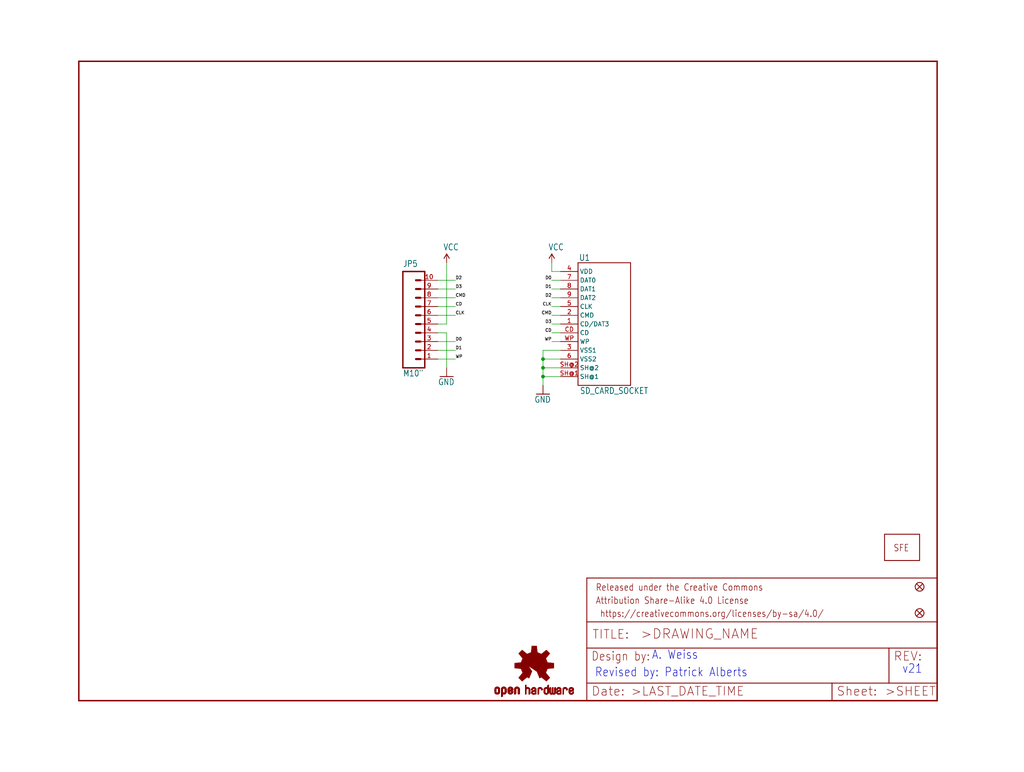
<source format=kicad_sch>
(kicad_sch (version 20211123) (generator eeschema)
  (paper "User" 297.002 223.926)
  (lib_symbols
    (symbol "schematicEagle-eagle-import:FIDUCIAL1X2")
    (symbol "schematicEagle-eagle-import:FRAME-LETTER"
      (symbol "FRAME-LETTER_2_0"
        (text " https://creativecommons.org/licenses/by-sa/4.0/" (at 2.54 24.13 0) (effects (font (size 1.9304 1.6408)) (justify left bottom)))
        (text ">DRAWING_NAME" (at 15.494 17.78 0) (effects (font (size 2.7432 2.7432)) (justify left bottom)))
        (text ">LAST_DATE_TIME" (at 12.7 1.27 0) (effects (font (size 2.54 2.54)) (justify left bottom)))
        (text ">SHEET" (at 86.36 1.27 0) (effects (font (size 2.54 2.54)) (justify left bottom)))
        (text "Attribution Share-Alike 4.0 License" (at 2.54 27.94 0) (effects (font (size 1.9304 1.6408)) (justify left bottom)))
        (text "Date:" (at 1.27 1.27 0) (effects (font (size 2.54 2.54)) (justify left bottom)))
        (text "Design by:" (at 1.27 11.43 0) (effects (font (size 2.54 2.159)) (justify left bottom)))
        (text "Released under the Creative Commons" (at 2.54 31.75 0) (effects (font (size 1.9304 1.6408)) (justify left bottom)))
        (text "REV:" (at 88.9 11.43 0) (effects (font (size 2.54 2.54)) (justify left bottom)))
        (text "Sheet:" (at 72.39 1.27 0) (effects (font (size 2.54 2.54)) (justify left bottom)))
        (text "TITLE:" (at 1.524 17.78 0) (effects (font (size 2.54 2.54)) (justify left bottom)))
      )
    )
    (symbol "schematicEagle-eagle-import:GND" (power)
      (property "Value" "GND" (at -2.54 -2.54 0))
      (symbol "GND_1_0"
        (pin power_in line (at 0 2.54 270) (length 2.54) (name "GND") (number "1"))
      )
    )
    (symbol "schematicEagle-eagle-import:LOGO-SFENEW"
      (symbol "LOGO-SFENEW_1_0"
        (text "SFE" (at 0 0 0) (effects (font (size 1.9304 1.6408)) (justify left bottom)))
      )
    )
    (symbol "schematicEagle-eagle-import:M10{dblquote}"
      (property "Reference" "JP" (at 0 8.89 0))
      (property "Value" "M10{dblquote}" (at 0 -22.86 0))
      (symbol "M10{dblquote}_1_0"
        (pin passive line (at 10.16 -17.78 180) (length 5.08) (name "1") (number "1"))
        (pin passive line (at 10.16 5.08 180) (length 5.08) (name "10") (number "10"))
        (pin passive line (at 10.16 -15.24 180) (length 5.08) (name "2") (number "2"))
        (pin passive line (at 10.16 -12.7 180) (length 5.08) (name "3") (number "3"))
        (pin passive line (at 10.16 -10.16 180) (length 5.08) (name "4") (number "4"))
        (pin passive line (at 10.16 -7.62 180) (length 5.08) (name "5") (number "5"))
        (pin passive line (at 10.16 -5.08 180) (length 5.08) (name "6") (number "6"))
        (pin passive line (at 10.16 -2.54 180) (length 5.08) (name "7") (number "7"))
        (pin passive line (at 10.16 0 180) (length 5.08) (name "8") (number "8"))
        (pin passive line (at 10.16 2.54 180) (length 5.08) (name "9") (number "9"))
      )
    )
    (symbol "schematicEagle-eagle-import:OSHW-LOGOS")
    (symbol "schematicEagle-eagle-import:SD_CARD_SOCKET"
      (property "Reference" "U" (at -7.366 18.288 0))
      (property "Value" "SD_CARD_SOCKET" (at -7.112 -20.32 0))
      (symbol "SD_CARD_SOCKET_1_0"
        (pin bidirectional line (at -12.7 0 0) (length 5.08) (name "CD/DAT3") (number "1"))
        (pin bidirectional line (at -12.7 2.54 0) (length 5.08) (name "CMD") (number "2"))
        (pin power_in line (at -12.7 -7.62 0) (length 5.08) (name "VSS1") (number "3"))
        (pin power_in line (at -12.7 15.24 0) (length 5.08) (name "VDD") (number "4"))
        (pin bidirectional line (at -12.7 5.08 0) (length 5.08) (name "CLK") (number "5"))
        (pin power_in line (at -12.7 -10.16 0) (length 5.08) (name "VSS2") (number "6"))
        (pin bidirectional line (at -12.7 12.7 0) (length 5.08) (name "DAT0") (number "7"))
        (pin bidirectional line (at -12.7 10.16 0) (length 5.08) (name "DAT1") (number "8"))
        (pin bidirectional line (at -12.7 7.62 0) (length 5.08) (name "DAT2") (number "9"))
        (pin bidirectional line (at -12.7 -2.54 0) (length 5.08) (name "CD") (number "CD"))
        (pin bidirectional line (at -12.7 -15.24 0) (length 5.08) (name "SH@1") (number "SH@1"))
        (pin bidirectional line (at -12.7 -12.7 0) (length 5.08) (name "SH@2") (number "SH@2"))
        (pin bidirectional line (at -12.7 -5.08 0) (length 5.08) (name "WP") (number "WP"))
      )
    )
    (symbol "schematicEagle-eagle-import:VCC" (power)
      (property "Value" "VCC" (at -1.016 3.556 0))
      (symbol "VCC_1_0"
        (pin power_in line (at 0 0 90) (length 2.54) (name "VCC") (number "1"))
      )
    )
  )
  (junction (at 157.48 109.22))
  (junction (at 157.48 104.14))
  (junction (at 157.48 106.68))
  (wire (pts (xy 160.02 86.36) (xy 162.56 86.36)))
  (wire (pts (xy 127 91.44) (xy 132.08 91.44)))
  (wire (pts (xy 157.48 104.14) (xy 157.48 101.6)))
  (wire (pts (xy 162.56 106.68) (xy 157.48 106.68)))
  (wire (pts (xy 127 83.82) (xy 132.08 83.82)))
  (wire (pts (xy 127 104.14) (xy 132.08 104.14)))
  (wire (pts (xy 162.56 104.14) (xy 157.48 104.14)))
  (wire (pts (xy 160.02 96.52) (xy 162.56 96.52)))
  (wire (pts (xy 127 81.28) (xy 132.08 81.28)))
  (wire (pts (xy 127 86.36) (xy 132.08 86.36)))
  (wire (pts (xy 127 99.06) (xy 132.08 99.06)))
  (wire (pts (xy 162.56 99.06) (xy 160.02 99.06)))
  (wire (pts (xy 160.02 93.98) (xy 162.56 93.98)))
  (wire (pts (xy 127 101.6) (xy 132.08 101.6)))
  (wire (pts (xy 160.02 88.9) (xy 162.56 88.9)))
  (wire (pts (xy 129.54 104.14) (xy 129.54 106.68)))
  (wire (pts (xy 157.48 101.6) (xy 162.56 101.6)))
  (wire (pts (xy 162.56 78.74) (xy 160.02 78.74)))
  (wire (pts (xy 129.54 93.98) (xy 129.54 76.2)))
  (wire (pts (xy 160.02 78.74) (xy 160.02 76.2)))
  (wire (pts (xy 127 96.52) (xy 129.54 96.52)))
  (wire (pts (xy 157.48 111.76) (xy 157.48 109.22)))
  (wire (pts (xy 160.02 91.44) (xy 162.56 91.44)))
  (wire (pts (xy 162.56 109.22) (xy 157.48 109.22)))
  (wire (pts (xy 157.48 109.22) (xy 157.48 106.68)))
  (wire (pts (xy 127 93.98) (xy 129.54 93.98)))
  (wire (pts (xy 129.54 96.52) (xy 129.54 104.14)))
  (wire (pts (xy 127 88.9) (xy 132.08 88.9)))
  (wire (pts (xy 157.48 106.68) (xy 157.48 104.14)))
  (wire (pts (xy 160.02 81.28) (xy 162.56 81.28)))
  (wire (pts (xy 160.02 83.82) (xy 162.56 83.82)))
  (text "Revised by: Patrick Alberts" (at 172.466 196.596 180) (effects (font (size 2.54 2.159)) (justify left bottom)))
  (text "A. Weiss" (at 188.976 191.516 180) (effects (font (size 2.54 2.159)) (justify left bottom)))
  (text "v21" (at 261.62 195.58 180) (effects (font (size 2.54 2.159)) (justify left bottom)))
  (label "D0" (at 160.02 81.28 180) (effects (font (size 0.889 0.889))))
  (label "CMD" (at 160.02 91.44 180) (effects (font (size 0.889 0.889))))
  (label "D1" (at 160.02 83.82 180) (effects (font (size 0.889 0.889))))
  (label "D3" (at 160.02 93.98 180) (effects (font (size 0.889 0.889))))
  (label "D1" (at 132.08 101.6 0) (effects (font (size 0.889 0.889))))
  (label "D2" (at 132.08 81.28 0) (effects (font (size 0.889 0.889))))
  (label "WP" (at 132.08 104.14 0) (effects (font (size 0.889 0.889))))
  (label "D3" (at 132.08 83.82 0) (effects (font (size 0.889 0.889))))
  (label "D0" (at 132.08 99.06 0) (effects (font (size 0.889 0.889))))
  (label "D2" (at 160.02 86.36 180) (effects (font (size 0.889 0.889))))
  (label "CD" (at 160.02 96.52 180) (effects (font (size 0.889 0.889))))
  (label "WP" (at 160.02 99.06 180) (effects (font (size 0.889 0.889))))
  (label "CLK" (at 160.02 88.9 180) (effects (font (size 0.889 0.889))))
  (label "CMD" (at 132.08 86.36 0) (effects (font (size 0.889 0.889))))
  (label "CLK" (at 132.08 91.44 0) (effects (font (size 0.889 0.889))))
  (label "CD" (at 132.08 88.9 0) (effects (font (size 0.889 0.889))))
  (symbol (lib_id "schematicEagle-eagle-import:GND") (at 157.48 114.3 0) (unit 1)
    (property "Reference" "#GND1" (effects hide))
    (property "Value" "GND" (at 154.94 116.84 0) (effects (font (size 1.778 1.5113)) (justify left bottom)))
    (property "Footprint" "schematicEagle:" (effects hide))
  )
  (symbol (lib_id "schematicEagle-eagle-import:SD_CARD_SOCKET") (at 175.26 93.98 0) (unit 1)
    (property "Reference" "U1" (at 167.894 75.692 0) (effects (font (size 1.778 1.5113)) (justify left bottom)))
    (property "Value" "SD_CARD_SOCKET" (at 168.148 114.3 0) (effects (font (size 1.778 1.5113)) (justify left bottom)))
    (property "Footprint" "schematicEagle:SD_1_1" (effects hide))
  )
  (symbol (lib_id "schematicEagle-eagle-import:FIDUCIAL1X2") (at 266.7 177.8 0) (unit 1)
    (property "Reference" "FID2" (effects hide))
    (property "Value" "FIDUCIAL1X2" (effects hide))
    (property "Footprint" "schematicEagle:FIDUCIAL-1X2" (effects hide))
  )
  (symbol (lib_id "schematicEagle-eagle-import:LOGO-SFENEW") (at 259.08 160.02 0) (unit 1)
    (property "Reference" "U$1" (effects hide))
    (property "Value" "LOGO-SFENEW" (effects hide))
    (property "Footprint" "schematicEagle:SFE-NEW-WEBLOGO" (effects hide))
  )
  (symbol (lib_id "schematicEagle-eagle-import:VCC") (at 160.02 76.2 0) (unit 1)
    (property "Reference" "#P+1" (effects hide))
    (property "Value" "VCC" (at 159.004 72.644 0) (effects (font (size 1.778 1.5113)) (justify left bottom)))
    (property "Footprint" "schematicEagle:" (effects hide))
  )
  (symbol (lib_id "schematicEagle-eagle-import:OSHW-LOGOS") (at 154.94 193.04 0) (unit 1)
    (property "Reference" "U$3" (effects hide))
    (property "Value" "OSHW-LOGOS" (effects hide))
    (property "Footprint" "schematicEagle:OSHW-LOGO-S" (effects hide))
  )
  (symbol (lib_id "schematicEagle-eagle-import:VCC") (at 129.54 76.2 0) (unit 1)
    (property "Reference" "#P+2" (effects hide))
    (property "Value" "VCC" (at 128.524 72.644 0) (effects (font (size 1.778 1.5113)) (justify left bottom)))
    (property "Footprint" "schematicEagle:" (effects hide))
  )
  (symbol (lib_id "schematicEagle-eagle-import:FRAME-LETTER") (at 22.86 203.2 0) (unit 1)
    (property "Reference" "FRAME1" (effects hide))
    (property "Value" "FRAME-LETTER" (effects hide))
    (property "Footprint" "schematicEagle:CREATIVE_COMMONS" (effects hide))
  )
  (symbol (lib_id "schematicEagle-eagle-import:GND") (at 129.54 109.22 0) (unit 1)
    (property "Reference" "#GND2" (effects hide))
    (property "Value" "GND" (at 127 111.76 0) (effects (font (size 1.778 1.5113)) (justify left bottom)))
    (property "Footprint" "schematicEagle:" (effects hide))
  )
  (symbol (lib_id "schematicEagle-eagle-import:FRAME-LETTER") (at 170.18 203.2 0) (unit 2)
    (property "Reference" "FRAME1" (effects hide))
    (property "Value" "FRAME-LETTER" (effects hide))
    (property "Footprint" "schematicEagle:CREATIVE_COMMONS" (effects hide))
  )
  (symbol (lib_id "schematicEagle-eagle-import:M10{dblquote}") (at 116.84 86.36 0) (unit 1)
    (property "Reference" "JP5" (at 116.84 77.47 0) (effects (font (size 1.778 1.5113)) (justify left bottom)))
    (property "Value" "M10{dblquote}" (at 116.84 109.22 0) (effects (font (size 1.778 1.5113)) (justify left bottom)))
    (property "Footprint" "schematicEagle:1X10" (effects hide))
  )
  (symbol (lib_id "schematicEagle-eagle-import:FIDUCIAL1X2") (at 266.7 170.18 0) (unit 1)
    (property "Reference" "FID1" (effects hide))
    (property "Value" "FIDUCIAL1X2" (effects hide))
    (property "Footprint" "schematicEagle:FIDUCIAL-1X2" (effects hide))
  )
)
</source>
